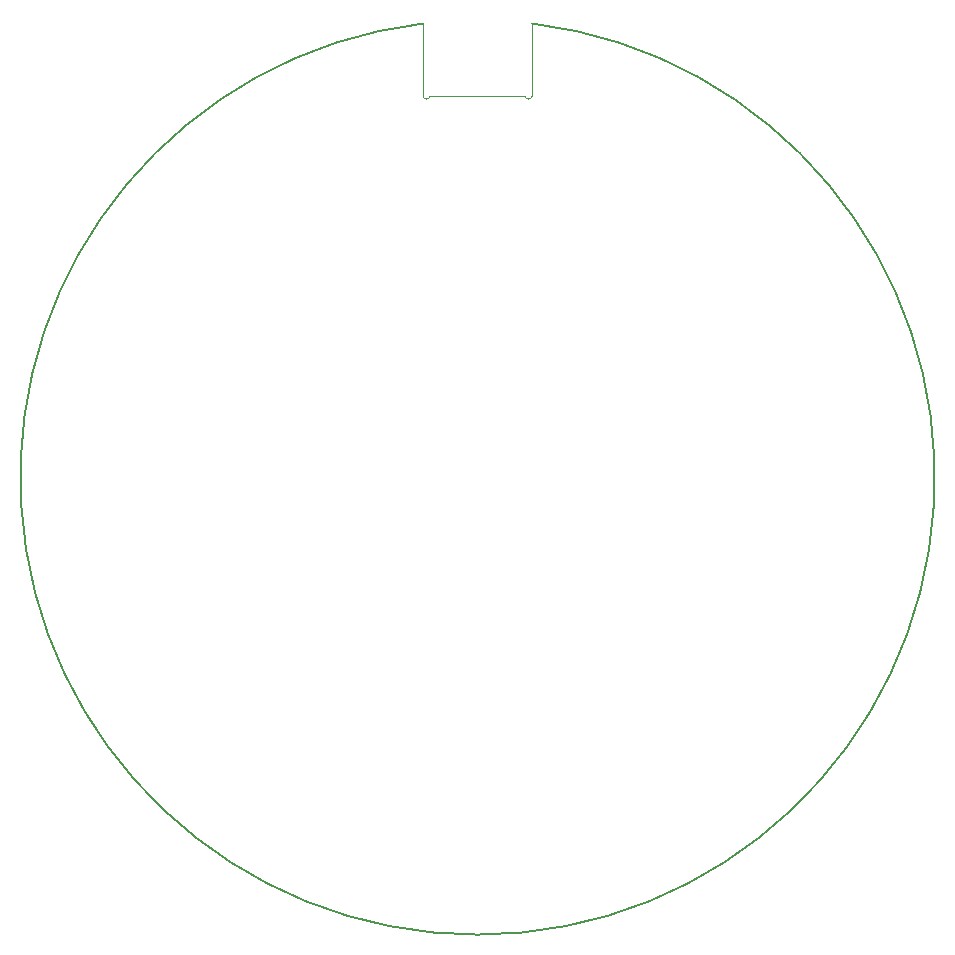
<source format=gbr>
%TF.GenerationSoftware,KiCad,Pcbnew,(7.0.0-0)*%
%TF.CreationDate,2023-03-14T22:07:24-05:00*%
%TF.ProjectId,RP2040_minimal,52503230-3430-45f6-9d69-6e696d616c2e,REV1*%
%TF.SameCoordinates,Original*%
%TF.FileFunction,Profile,NP*%
%FSLAX46Y46*%
G04 Gerber Fmt 4.6, Leading zero omitted, Abs format (unit mm)*
G04 Created by KiCad (PCBNEW (7.0.0-0)) date 2023-03-14 22:07:24*
%MOMM*%
%LPD*%
G01*
G04 APERTURE LIST*
%TA.AperFunction,Profile*%
%ADD10C,0.150000*%
%TD*%
%TA.AperFunction,Profile*%
%ADD11C,0.120000*%
%TD*%
G04 APERTURE END LIST*
D10*
X-4620000Y38850000D02*
G75*
G03*
X4625000Y38850000I4622500J-38430866D01*
G01*
D11*
%TO.C,P1*%
X4620000Y32750000D02*
X4625000Y38850000D01*
X4025000Y32725000D02*
X-4025000Y32725000D01*
X-4620000Y32750000D02*
X-4620000Y38850000D01*
X4025000Y32725000D02*
G75*
G03*
X4620000Y32750000I297500J12500D01*
G01*
X-4620000Y32750000D02*
G75*
G03*
X-4025000Y32725000I297500J-12500D01*
G01*
%TD*%
M02*

</source>
